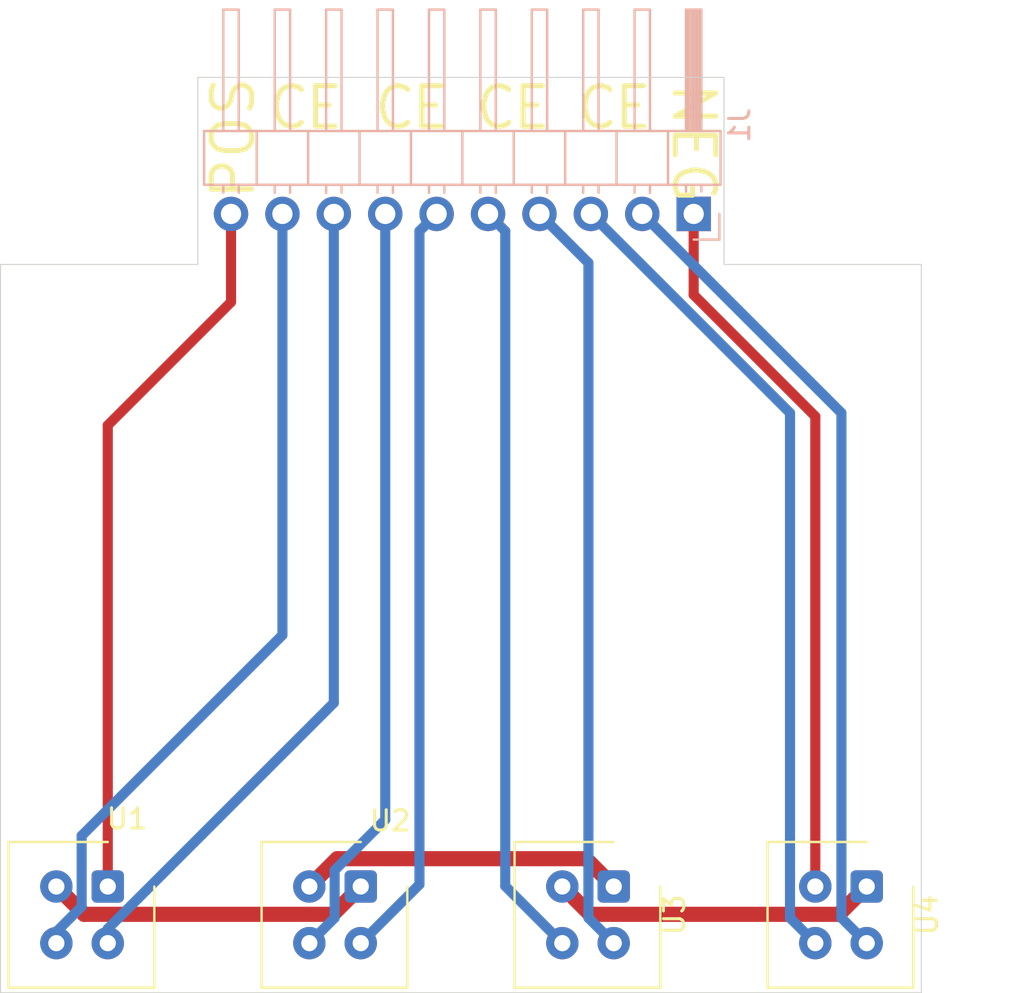
<source format=kicad_pcb>
(kicad_pcb (version 20171130) (host pcbnew "(5.1.7)-1")

  (general
    (thickness 1.6)
    (drawings 23)
    (tracks 42)
    (zones 0)
    (modules 8)
    (nets 14)
  )

  (page A4)
  (layers
    (0 F.Cu signal)
    (31 B.Cu signal)
    (32 B.Adhes user)
    (33 F.Adhes user)
    (34 B.Paste user)
    (35 F.Paste user)
    (36 B.SilkS user)
    (37 F.SilkS user)
    (38 B.Mask user)
    (39 F.Mask user)
    (40 Dwgs.User user)
    (41 Cmts.User user)
    (42 Eco1.User user)
    (43 Eco2.User user)
    (44 Edge.Cuts user)
    (45 Margin user)
    (46 B.CrtYd user)
    (47 F.CrtYd user)
    (48 B.Fab user hide)
    (49 F.Fab user hide)
  )

  (setup
    (last_trace_width 0.5)
    (user_trace_width 0.5)
    (user_trace_width 0.75)
    (user_trace_width 1)
    (trace_clearance 0.2)
    (zone_clearance 0.508)
    (zone_45_only no)
    (trace_min 0.2)
    (via_size 0.8)
    (via_drill 0.4)
    (via_min_size 0.4)
    (via_min_drill 0.3)
    (uvia_size 0.3)
    (uvia_drill 0.1)
    (uvias_allowed no)
    (uvia_min_size 0.2)
    (uvia_min_drill 0.1)
    (edge_width 0.05)
    (segment_width 0.2)
    (pcb_text_width 0.3)
    (pcb_text_size 1.5 1.5)
    (mod_edge_width 0.12)
    (mod_text_size 1 1)
    (mod_text_width 0.15)
    (pad_size 1.524 1.524)
    (pad_drill 0.762)
    (pad_to_mask_clearance 0)
    (aux_axis_origin 0 0)
    (visible_elements 7FFFFFFF)
    (pcbplotparams
      (layerselection 0x010fc_ffffffff)
      (usegerberextensions false)
      (usegerberattributes true)
      (usegerberadvancedattributes true)
      (creategerberjobfile true)
      (excludeedgelayer true)
      (linewidth 0.100000)
      (plotframeref false)
      (viasonmask false)
      (mode 1)
      (useauxorigin false)
      (hpglpennumber 1)
      (hpglpenspeed 20)
      (hpglpendiameter 15.000000)
      (psnegative false)
      (psa4output false)
      (plotreference true)
      (plotvalue true)
      (plotinvisibletext false)
      (padsonsilk false)
      (subtractmaskfromsilk false)
      (outputformat 1)
      (mirror false)
      (drillshape 1)
      (scaleselection 1)
      (outputdirectory ""))
  )

  (net 0 "")
  (net 1 /NEG)
  (net 2 /E1)
  (net 3 /C1)
  (net 4 /POS)
  (net 5 "Net-(U1-Pad2)")
  (net 6 /E2)
  (net 7 /C2)
  (net 8 /E4)
  (net 9 /C4)
  (net 10 /E3)
  (net 11 /C3)
  (net 12 "Net-(U2-Pad2)")
  (net 13 "Net-(U3-Pad2)")

  (net_class Default "This is the default net class."
    (clearance 0.2)
    (trace_width 0.25)
    (via_dia 0.8)
    (via_drill 0.4)
    (uvia_dia 0.3)
    (uvia_drill 0.1)
    (add_net /C1)
    (add_net /C2)
    (add_net /C3)
    (add_net /C4)
    (add_net /E1)
    (add_net /E2)
    (add_net /E3)
    (add_net /E4)
    (add_net /NEG)
    (add_net /POS)
    (add_net "Net-(U1-Pad2)")
    (add_net "Net-(U2-Pad2)")
    (add_net "Net-(U3-Pad2)")
  )

  (module OptoDevice:Vishay_CNY70 (layer F.Cu) (tedit 5B8AF8E9) (tstamp 603B3659)
    (at 192.3 131 270)
    (descr "package for Vishay CNY70 refective photo coupler/interrupter")
    (tags "Vishay CNY70 refective photo coupler")
    (path /603B4EA1)
    (fp_text reference U4 (at 1.4 -3 90) (layer F.SilkS)
      (effects (font (size 1 1) (thickness 0.15)))
    )
    (fp_text value CNY70 (at 1.4 5.8 90) (layer F.Fab)
      (effects (font (size 1 1) (thickness 0.15)))
    )
    (fp_text user %R (at 1.5 1.4 90) (layer F.Fab)
      (effects (font (size 1 1) (thickness 0.15)))
    )
    (fp_line (start 5 4.9) (end 5 -2.3) (layer F.SilkS) (width 0.12))
    (fp_line (start -2.2 4.9) (end 5 4.9) (layer F.SilkS) (width 0.12))
    (fp_line (start -2.2 0) (end -2.2 4.9) (layer F.SilkS) (width 0.12))
    (fp_line (start 5 -2.3) (end 0 -2.3) (layer F.SilkS) (width 0.12))
    (fp_line (start -1.1 3.9) (end 3.9 3.9) (layer F.Fab) (width 0.1))
    (fp_line (start -1.1 -1.2) (end -1.1 3.9) (layer F.Fab) (width 0.1))
    (fp_line (start 3.9 -1.2) (end -1.1 -1.2) (layer F.Fab) (width 0.1))
    (fp_line (start 3.9 3.9) (end 3.9 -1.2) (layer F.Fab) (width 0.1))
    (fp_line (start 1.2 4.5) (end 1.2 4.8) (layer F.Fab) (width 0.1))
    (fp_line (start 1.6 4.5) (end 1.2 4.5) (layer F.Fab) (width 0.1))
    (fp_line (start 1.6 4.8) (end 1.6 4.5) (layer F.Fab) (width 0.1))
    (fp_line (start 1.6 -1.9) (end 1.6 -2.2) (layer F.Fab) (width 0.1))
    (fp_line (start 1.2 -1.9) (end 1.6 -1.9) (layer F.Fab) (width 0.1))
    (fp_line (start 1.2 -2.2) (end 1.2 -1.9) (layer F.Fab) (width 0.1))
    (fp_line (start -2.1 -1.2) (end -1.1 -2.2) (layer F.Fab) (width 0.1))
    (fp_line (start -2.1 4.8) (end -2.1 -1.2) (layer F.Fab) (width 0.1))
    (fp_line (start 4.9 4.8) (end -2.1 4.8) (layer F.Fab) (width 0.1))
    (fp_line (start 4.9 -2.2) (end 4.9 4.8) (layer F.Fab) (width 0.1))
    (fp_line (start -1.1 -2.2) (end 4.9 -2.2) (layer F.Fab) (width 0.1))
    (fp_line (start -2.35 -2.45) (end 5.15 -2.45) (layer F.CrtYd) (width 0.05))
    (fp_line (start -2.35 -2.45) (end -2.35 5.05) (layer F.CrtYd) (width 0.05))
    (fp_line (start 5.15 5.05) (end 5.15 -2.45) (layer F.CrtYd) (width 0.05))
    (fp_line (start 5.15 5.05) (end -2.35 5.05) (layer F.CrtYd) (width 0.05))
    (pad 1 thru_hole roundrect (at 0 0 270) (size 1.6 1.6) (drill 0.8) (layers *.Cu *.Mask) (roundrect_rratio 0.156)
      (net 13 "Net-(U3-Pad2)"))
    (pad 2 thru_hole circle (at 0 2.54 270) (size 1.6 1.6) (drill 0.8) (layers *.Cu *.Mask)
      (net 1 /NEG))
    (pad 3 thru_hole circle (at 2.8 2.54 270) (size 1.6 1.6) (drill 0.8) (layers *.Cu *.Mask)
      (net 9 /C4))
    (pad 4 thru_hole circle (at 2.8 0 270) (size 1.6 1.6) (drill 0.8) (layers *.Cu *.Mask)
      (net 8 /E4))
    (model ${KISYS3DMOD}/OptoDevice.3dshapes/Vishay_CNY70.wrl
      (at (xyz 0 0 0))
      (scale (xyz 1 1 1))
      (rotate (xyz 0 0 0))
    )
  )

  (module OptoDevice:Vishay_CNY70 (layer F.Cu) (tedit 5B8AF8E9) (tstamp 603B3639)
    (at 179.8 131 270)
    (descr "package for Vishay CNY70 refective photo coupler/interrupter")
    (tags "Vishay CNY70 refective photo coupler")
    (path /603B4077)
    (fp_text reference U3 (at 1.4 -3 90) (layer F.SilkS)
      (effects (font (size 1 1) (thickness 0.15)))
    )
    (fp_text value CNY70 (at 1.4 5.8 90) (layer F.Fab)
      (effects (font (size 1 1) (thickness 0.15)))
    )
    (fp_text user %R (at 1.5 1.4 90) (layer F.Fab)
      (effects (font (size 1 1) (thickness 0.15)))
    )
    (fp_line (start 5 4.9) (end 5 -2.3) (layer F.SilkS) (width 0.12))
    (fp_line (start -2.2 4.9) (end 5 4.9) (layer F.SilkS) (width 0.12))
    (fp_line (start -2.2 0) (end -2.2 4.9) (layer F.SilkS) (width 0.12))
    (fp_line (start 5 -2.3) (end 0 -2.3) (layer F.SilkS) (width 0.12))
    (fp_line (start -1.1 3.9) (end 3.9 3.9) (layer F.Fab) (width 0.1))
    (fp_line (start -1.1 -1.2) (end -1.1 3.9) (layer F.Fab) (width 0.1))
    (fp_line (start 3.9 -1.2) (end -1.1 -1.2) (layer F.Fab) (width 0.1))
    (fp_line (start 3.9 3.9) (end 3.9 -1.2) (layer F.Fab) (width 0.1))
    (fp_line (start 1.2 4.5) (end 1.2 4.8) (layer F.Fab) (width 0.1))
    (fp_line (start 1.6 4.5) (end 1.2 4.5) (layer F.Fab) (width 0.1))
    (fp_line (start 1.6 4.8) (end 1.6 4.5) (layer F.Fab) (width 0.1))
    (fp_line (start 1.6 -1.9) (end 1.6 -2.2) (layer F.Fab) (width 0.1))
    (fp_line (start 1.2 -1.9) (end 1.6 -1.9) (layer F.Fab) (width 0.1))
    (fp_line (start 1.2 -2.2) (end 1.2 -1.9) (layer F.Fab) (width 0.1))
    (fp_line (start -2.1 -1.2) (end -1.1 -2.2) (layer F.Fab) (width 0.1))
    (fp_line (start -2.1 4.8) (end -2.1 -1.2) (layer F.Fab) (width 0.1))
    (fp_line (start 4.9 4.8) (end -2.1 4.8) (layer F.Fab) (width 0.1))
    (fp_line (start 4.9 -2.2) (end 4.9 4.8) (layer F.Fab) (width 0.1))
    (fp_line (start -1.1 -2.2) (end 4.9 -2.2) (layer F.Fab) (width 0.1))
    (fp_line (start -2.35 -2.45) (end 5.15 -2.45) (layer F.CrtYd) (width 0.05))
    (fp_line (start -2.35 -2.45) (end -2.35 5.05) (layer F.CrtYd) (width 0.05))
    (fp_line (start 5.15 5.05) (end 5.15 -2.45) (layer F.CrtYd) (width 0.05))
    (fp_line (start 5.15 5.05) (end -2.35 5.05) (layer F.CrtYd) (width 0.05))
    (pad 1 thru_hole roundrect (at 0 0 270) (size 1.6 1.6) (drill 0.8) (layers *.Cu *.Mask) (roundrect_rratio 0.156)
      (net 12 "Net-(U2-Pad2)"))
    (pad 2 thru_hole circle (at 0 2.54 270) (size 1.6 1.6) (drill 0.8) (layers *.Cu *.Mask)
      (net 13 "Net-(U3-Pad2)"))
    (pad 3 thru_hole circle (at 2.8 2.54 270) (size 1.6 1.6) (drill 0.8) (layers *.Cu *.Mask)
      (net 11 /C3))
    (pad 4 thru_hole circle (at 2.8 0 270) (size 1.6 1.6) (drill 0.8) (layers *.Cu *.Mask)
      (net 10 /E3))
    (model ${KISYS3DMOD}/OptoDevice.3dshapes/Vishay_CNY70.wrl
      (at (xyz 0 0 0))
      (scale (xyz 1 1 1))
      (rotate (xyz 0 0 0))
    )
  )

  (module Pin_Headers:Pin_Header_Angled_1x10_Pitch2.54mm (layer B.Cu) (tedit 59650532) (tstamp 603B359D)
    (at 183.75 97.75 90)
    (descr "Through hole angled pin header, 1x10, 2.54mm pitch, 6mm pin length, single row")
    (tags "Through hole angled pin header THT 1x10 2.54mm single row")
    (path /603B6392)
    (fp_text reference J1 (at 4.385 2.27 270) (layer B.SilkS)
      (effects (font (size 1 1) (thickness 0.15)) (justify mirror))
    )
    (fp_text value Conn_01x10_Male (at 4.385 -25.13 270) (layer B.Fab)
      (effects (font (size 1 1) (thickness 0.15)) (justify mirror))
    )
    (fp_line (start 10.55 1.8) (end -1.8 1.8) (layer B.CrtYd) (width 0.05))
    (fp_line (start 10.55 -24.65) (end 10.55 1.8) (layer B.CrtYd) (width 0.05))
    (fp_line (start -1.8 -24.65) (end 10.55 -24.65) (layer B.CrtYd) (width 0.05))
    (fp_line (start -1.8 1.8) (end -1.8 -24.65) (layer B.CrtYd) (width 0.05))
    (fp_line (start -1.27 1.27) (end 0 1.27) (layer B.SilkS) (width 0.12))
    (fp_line (start -1.27 0) (end -1.27 1.27) (layer B.SilkS) (width 0.12))
    (fp_line (start 1.042929 -23.24) (end 1.44 -23.24) (layer B.SilkS) (width 0.12))
    (fp_line (start 1.042929 -22.48) (end 1.44 -22.48) (layer B.SilkS) (width 0.12))
    (fp_line (start 10.1 -23.24) (end 4.1 -23.24) (layer B.SilkS) (width 0.12))
    (fp_line (start 10.1 -22.48) (end 10.1 -23.24) (layer B.SilkS) (width 0.12))
    (fp_line (start 4.1 -22.48) (end 10.1 -22.48) (layer B.SilkS) (width 0.12))
    (fp_line (start 1.44 -21.59) (end 4.1 -21.59) (layer B.SilkS) (width 0.12))
    (fp_line (start 1.042929 -20.7) (end 1.44 -20.7) (layer B.SilkS) (width 0.12))
    (fp_line (start 1.042929 -19.94) (end 1.44 -19.94) (layer B.SilkS) (width 0.12))
    (fp_line (start 10.1 -20.7) (end 4.1 -20.7) (layer B.SilkS) (width 0.12))
    (fp_line (start 10.1 -19.94) (end 10.1 -20.7) (layer B.SilkS) (width 0.12))
    (fp_line (start 4.1 -19.94) (end 10.1 -19.94) (layer B.SilkS) (width 0.12))
    (fp_line (start 1.44 -19.05) (end 4.1 -19.05) (layer B.SilkS) (width 0.12))
    (fp_line (start 1.042929 -18.16) (end 1.44 -18.16) (layer B.SilkS) (width 0.12))
    (fp_line (start 1.042929 -17.4) (end 1.44 -17.4) (layer B.SilkS) (width 0.12))
    (fp_line (start 10.1 -18.16) (end 4.1 -18.16) (layer B.SilkS) (width 0.12))
    (fp_line (start 10.1 -17.4) (end 10.1 -18.16) (layer B.SilkS) (width 0.12))
    (fp_line (start 4.1 -17.4) (end 10.1 -17.4) (layer B.SilkS) (width 0.12))
    (fp_line (start 1.44 -16.51) (end 4.1 -16.51) (layer B.SilkS) (width 0.12))
    (fp_line (start 1.042929 -15.62) (end 1.44 -15.62) (layer B.SilkS) (width 0.12))
    (fp_line (start 1.042929 -14.86) (end 1.44 -14.86) (layer B.SilkS) (width 0.12))
    (fp_line (start 10.1 -15.62) (end 4.1 -15.62) (layer B.SilkS) (width 0.12))
    (fp_line (start 10.1 -14.86) (end 10.1 -15.62) (layer B.SilkS) (width 0.12))
    (fp_line (start 4.1 -14.86) (end 10.1 -14.86) (layer B.SilkS) (width 0.12))
    (fp_line (start 1.44 -13.97) (end 4.1 -13.97) (layer B.SilkS) (width 0.12))
    (fp_line (start 1.042929 -13.08) (end 1.44 -13.08) (layer B.SilkS) (width 0.12))
    (fp_line (start 1.042929 -12.32) (end 1.44 -12.32) (layer B.SilkS) (width 0.12))
    (fp_line (start 10.1 -13.08) (end 4.1 -13.08) (layer B.SilkS) (width 0.12))
    (fp_line (start 10.1 -12.32) (end 10.1 -13.08) (layer B.SilkS) (width 0.12))
    (fp_line (start 4.1 -12.32) (end 10.1 -12.32) (layer B.SilkS) (width 0.12))
    (fp_line (start 1.44 -11.43) (end 4.1 -11.43) (layer B.SilkS) (width 0.12))
    (fp_line (start 1.042929 -10.54) (end 1.44 -10.54) (layer B.SilkS) (width 0.12))
    (fp_line (start 1.042929 -9.78) (end 1.44 -9.78) (layer B.SilkS) (width 0.12))
    (fp_line (start 10.1 -10.54) (end 4.1 -10.54) (layer B.SilkS) (width 0.12))
    (fp_line (start 10.1 -9.78) (end 10.1 -10.54) (layer B.SilkS) (width 0.12))
    (fp_line (start 4.1 -9.78) (end 10.1 -9.78) (layer B.SilkS) (width 0.12))
    (fp_line (start 1.44 -8.89) (end 4.1 -8.89) (layer B.SilkS) (width 0.12))
    (fp_line (start 1.042929 -8) (end 1.44 -8) (layer B.SilkS) (width 0.12))
    (fp_line (start 1.042929 -7.24) (end 1.44 -7.24) (layer B.SilkS) (width 0.12))
    (fp_line (start 10.1 -8) (end 4.1 -8) (layer B.SilkS) (width 0.12))
    (fp_line (start 10.1 -7.24) (end 10.1 -8) (layer B.SilkS) (width 0.12))
    (fp_line (start 4.1 -7.24) (end 10.1 -7.24) (layer B.SilkS) (width 0.12))
    (fp_line (start 1.44 -6.35) (end 4.1 -6.35) (layer B.SilkS) (width 0.12))
    (fp_line (start 1.042929 -5.46) (end 1.44 -5.46) (layer B.SilkS) (width 0.12))
    (fp_line (start 1.042929 -4.7) (end 1.44 -4.7) (layer B.SilkS) (width 0.12))
    (fp_line (start 10.1 -5.46) (end 4.1 -5.46) (layer B.SilkS) (width 0.12))
    (fp_line (start 10.1 -4.7) (end 10.1 -5.46) (layer B.SilkS) (width 0.12))
    (fp_line (start 4.1 -4.7) (end 10.1 -4.7) (layer B.SilkS) (width 0.12))
    (fp_line (start 1.44 -3.81) (end 4.1 -3.81) (layer B.SilkS) (width 0.12))
    (fp_line (start 1.042929 -2.92) (end 1.44 -2.92) (layer B.SilkS) (width 0.12))
    (fp_line (start 1.042929 -2.16) (end 1.44 -2.16) (layer B.SilkS) (width 0.12))
    (fp_line (start 10.1 -2.92) (end 4.1 -2.92) (layer B.SilkS) (width 0.12))
    (fp_line (start 10.1 -2.16) (end 10.1 -2.92) (layer B.SilkS) (width 0.12))
    (fp_line (start 4.1 -2.16) (end 10.1 -2.16) (layer B.SilkS) (width 0.12))
    (fp_line (start 1.44 -1.27) (end 4.1 -1.27) (layer B.SilkS) (width 0.12))
    (fp_line (start 1.11 -0.38) (end 1.44 -0.38) (layer B.SilkS) (width 0.12))
    (fp_line (start 1.11 0.38) (end 1.44 0.38) (layer B.SilkS) (width 0.12))
    (fp_line (start 4.1 -0.28) (end 10.1 -0.28) (layer B.SilkS) (width 0.12))
    (fp_line (start 4.1 -0.16) (end 10.1 -0.16) (layer B.SilkS) (width 0.12))
    (fp_line (start 4.1 -0.04) (end 10.1 -0.04) (layer B.SilkS) (width 0.12))
    (fp_line (start 4.1 0.08) (end 10.1 0.08) (layer B.SilkS) (width 0.12))
    (fp_line (start 4.1 0.2) (end 10.1 0.2) (layer B.SilkS) (width 0.12))
    (fp_line (start 4.1 0.32) (end 10.1 0.32) (layer B.SilkS) (width 0.12))
    (fp_line (start 10.1 -0.38) (end 4.1 -0.38) (layer B.SilkS) (width 0.12))
    (fp_line (start 10.1 0.38) (end 10.1 -0.38) (layer B.SilkS) (width 0.12))
    (fp_line (start 4.1 0.38) (end 10.1 0.38) (layer B.SilkS) (width 0.12))
    (fp_line (start 4.1 1.33) (end 1.44 1.33) (layer B.SilkS) (width 0.12))
    (fp_line (start 4.1 -24.19) (end 4.1 1.33) (layer B.SilkS) (width 0.12))
    (fp_line (start 1.44 -24.19) (end 4.1 -24.19) (layer B.SilkS) (width 0.12))
    (fp_line (start 1.44 1.33) (end 1.44 -24.19) (layer B.SilkS) (width 0.12))
    (fp_line (start 4.04 -23.18) (end 10.04 -23.18) (layer B.Fab) (width 0.1))
    (fp_line (start 10.04 -22.54) (end 10.04 -23.18) (layer B.Fab) (width 0.1))
    (fp_line (start 4.04 -22.54) (end 10.04 -22.54) (layer B.Fab) (width 0.1))
    (fp_line (start -0.32 -23.18) (end 1.5 -23.18) (layer B.Fab) (width 0.1))
    (fp_line (start -0.32 -22.54) (end -0.32 -23.18) (layer B.Fab) (width 0.1))
    (fp_line (start -0.32 -22.54) (end 1.5 -22.54) (layer B.Fab) (width 0.1))
    (fp_line (start 4.04 -20.64) (end 10.04 -20.64) (layer B.Fab) (width 0.1))
    (fp_line (start 10.04 -20) (end 10.04 -20.64) (layer B.Fab) (width 0.1))
    (fp_line (start 4.04 -20) (end 10.04 -20) (layer B.Fab) (width 0.1))
    (fp_line (start -0.32 -20.64) (end 1.5 -20.64) (layer B.Fab) (width 0.1))
    (fp_line (start -0.32 -20) (end -0.32 -20.64) (layer B.Fab) (width 0.1))
    (fp_line (start -0.32 -20) (end 1.5 -20) (layer B.Fab) (width 0.1))
    (fp_line (start 4.04 -18.1) (end 10.04 -18.1) (layer B.Fab) (width 0.1))
    (fp_line (start 10.04 -17.46) (end 10.04 -18.1) (layer B.Fab) (width 0.1))
    (fp_line (start 4.04 -17.46) (end 10.04 -17.46) (layer B.Fab) (width 0.1))
    (fp_line (start -0.32 -18.1) (end 1.5 -18.1) (layer B.Fab) (width 0.1))
    (fp_line (start -0.32 -17.46) (end -0.32 -18.1) (layer B.Fab) (width 0.1))
    (fp_line (start -0.32 -17.46) (end 1.5 -17.46) (layer B.Fab) (width 0.1))
    (fp_line (start 4.04 -15.56) (end 10.04 -15.56) (layer B.Fab) (width 0.1))
    (fp_line (start 10.04 -14.92) (end 10.04 -15.56) (layer B.Fab) (width 0.1))
    (fp_line (start 4.04 -14.92) (end 10.04 -14.92) (layer B.Fab) (width 0.1))
    (fp_line (start -0.32 -15.56) (end 1.5 -15.56) (layer B.Fab) (width 0.1))
    (fp_line (start -0.32 -14.92) (end -0.32 -15.56) (layer B.Fab) (width 0.1))
    (fp_line (start -0.32 -14.92) (end 1.5 -14.92) (layer B.Fab) (width 0.1))
    (fp_line (start 4.04 -13.02) (end 10.04 -13.02) (layer B.Fab) (width 0.1))
    (fp_line (start 10.04 -12.38) (end 10.04 -13.02) (layer B.Fab) (width 0.1))
    (fp_line (start 4.04 -12.38) (end 10.04 -12.38) (layer B.Fab) (width 0.1))
    (fp_line (start -0.32 -13.02) (end 1.5 -13.02) (layer B.Fab) (width 0.1))
    (fp_line (start -0.32 -12.38) (end -0.32 -13.02) (layer B.Fab) (width 0.1))
    (fp_line (start -0.32 -12.38) (end 1.5 -12.38) (layer B.Fab) (width 0.1))
    (fp_line (start 4.04 -10.48) (end 10.04 -10.48) (layer B.Fab) (width 0.1))
    (fp_line (start 10.04 -9.84) (end 10.04 -10.48) (layer B.Fab) (width 0.1))
    (fp_line (start 4.04 -9.84) (end 10.04 -9.84) (layer B.Fab) (width 0.1))
    (fp_line (start -0.32 -10.48) (end 1.5 -10.48) (layer B.Fab) (width 0.1))
    (fp_line (start -0.32 -9.84) (end -0.32 -10.48) (layer B.Fab) (width 0.1))
    (fp_line (start -0.32 -9.84) (end 1.5 -9.84) (layer B.Fab) (width 0.1))
    (fp_line (start 4.04 -7.94) (end 10.04 -7.94) (layer B.Fab) (width 0.1))
    (fp_line (start 10.04 -7.3) (end 10.04 -7.94) (layer B.Fab) (width 0.1))
    (fp_line (start 4.04 -7.3) (end 10.04 -7.3) (layer B.Fab) (width 0.1))
    (fp_line (start -0.32 -7.94) (end 1.5 -7.94) (layer B.Fab) (width 0.1))
    (fp_line (start -0.32 -7.3) (end -0.32 -7.94) (layer B.Fab) (width 0.1))
    (fp_line (start -0.32 -7.3) (end 1.5 -7.3) (layer B.Fab) (width 0.1))
    (fp_line (start 4.04 -5.4) (end 10.04 -5.4) (layer B.Fab) (width 0.1))
    (fp_line (start 10.04 -4.76) (end 10.04 -5.4) (layer B.Fab) (width 0.1))
    (fp_line (start 4.04 -4.76) (end 10.04 -4.76) (layer B.Fab) (width 0.1))
    (fp_line (start -0.32 -5.4) (end 1.5 -5.4) (layer B.Fab) (width 0.1))
    (fp_line (start -0.32 -4.76) (end -0.32 -5.4) (layer B.Fab) (width 0.1))
    (fp_line (start -0.32 -4.76) (end 1.5 -4.76) (layer B.Fab) (width 0.1))
    (fp_line (start 4.04 -2.86) (end 10.04 -2.86) (layer B.Fab) (width 0.1))
    (fp_line (start 10.04 -2.22) (end 10.04 -2.86) (layer B.Fab) (width 0.1))
    (fp_line (start 4.04 -2.22) (end 10.04 -2.22) (layer B.Fab) (width 0.1))
    (fp_line (start -0.32 -2.86) (end 1.5 -2.86) (layer B.Fab) (width 0.1))
    (fp_line (start -0.32 -2.22) (end -0.32 -2.86) (layer B.Fab) (width 0.1))
    (fp_line (start -0.32 -2.22) (end 1.5 -2.22) (layer B.Fab) (width 0.1))
    (fp_line (start 4.04 -0.32) (end 10.04 -0.32) (layer B.Fab) (width 0.1))
    (fp_line (start 10.04 0.32) (end 10.04 -0.32) (layer B.Fab) (width 0.1))
    (fp_line (start 4.04 0.32) (end 10.04 0.32) (layer B.Fab) (width 0.1))
    (fp_line (start -0.32 -0.32) (end 1.5 -0.32) (layer B.Fab) (width 0.1))
    (fp_line (start -0.32 0.32) (end -0.32 -0.32) (layer B.Fab) (width 0.1))
    (fp_line (start -0.32 0.32) (end 1.5 0.32) (layer B.Fab) (width 0.1))
    (fp_line (start 1.5 0.635) (end 2.135 1.27) (layer B.Fab) (width 0.1))
    (fp_line (start 1.5 -24.13) (end 1.5 0.635) (layer B.Fab) (width 0.1))
    (fp_line (start 4.04 -24.13) (end 1.5 -24.13) (layer B.Fab) (width 0.1))
    (fp_line (start 4.04 1.27) (end 4.04 -24.13) (layer B.Fab) (width 0.1))
    (fp_line (start 2.135 1.27) (end 4.04 1.27) (layer B.Fab) (width 0.1))
    (fp_text user %R (at 2.77 -11.43) (layer B.Fab)
      (effects (font (size 1 1) (thickness 0.15)) (justify mirror))
    )
    (pad 1 thru_hole rect (at 0 0 90) (size 1.7 1.7) (drill 1) (layers *.Cu *.Mask)
      (net 1 /NEG))
    (pad 2 thru_hole oval (at 0 -2.54 90) (size 1.7 1.7) (drill 1) (layers *.Cu *.Mask)
      (net 8 /E4))
    (pad 3 thru_hole oval (at 0 -5.08 90) (size 1.7 1.7) (drill 1) (layers *.Cu *.Mask)
      (net 9 /C4))
    (pad 4 thru_hole oval (at 0 -7.62 90) (size 1.7 1.7) (drill 1) (layers *.Cu *.Mask)
      (net 10 /E3))
    (pad 5 thru_hole oval (at 0 -10.16 90) (size 1.7 1.7) (drill 1) (layers *.Cu *.Mask)
      (net 11 /C3))
    (pad 6 thru_hole oval (at 0 -12.7 90) (size 1.7 1.7) (drill 1) (layers *.Cu *.Mask)
      (net 6 /E2))
    (pad 7 thru_hole oval (at 0 -15.24 90) (size 1.7 1.7) (drill 1) (layers *.Cu *.Mask)
      (net 7 /C2))
    (pad 8 thru_hole oval (at 0 -17.78 90) (size 1.7 1.7) (drill 1) (layers *.Cu *.Mask)
      (net 2 /E1))
    (pad 9 thru_hole oval (at 0 -20.32 90) (size 1.7 1.7) (drill 1) (layers *.Cu *.Mask)
      (net 3 /C1))
    (pad 10 thru_hole oval (at 0 -22.86 90) (size 1.7 1.7) (drill 1) (layers *.Cu *.Mask)
      (net 4 /POS))
    (model ${KISYS3DMOD}/Pin_Headers.3dshapes/Pin_Header_Angled_1x10_Pitch2.54mm.wrl
      (at (xyz 0 0 0))
      (scale (xyz 1 1 1))
      (rotate (xyz 0 0 0))
    )
  )

  (module Mounting_Holes:MountingHole_3.2mm_M3 (layer F.Cu) (tedit 56D1B4CB) (tstamp 603B359A)
    (at 184.75 110)
    (descr "Mounting Hole 3.2mm, no annular, M3")
    (tags "mounting hole 3.2mm no annular m3")
    (path /603B3BE4)
    (attr virtual)
    (fp_text reference H3 (at 0 -4.2) (layer F.SilkS) hide
      (effects (font (size 1 1) (thickness 0.15)))
    )
    (fp_text value MountingHole (at 0 4.2) (layer F.Fab)
      (effects (font (size 1 1) (thickness 0.15)))
    )
    (fp_circle (center 0 0) (end 3.45 0) (layer F.CrtYd) (width 0.05))
    (fp_circle (center 0 0) (end 3.2 0) (layer Cmts.User) (width 0.15))
    (fp_text user %R (at 0.3 0) (layer F.Fab)
      (effects (font (size 1 1) (thickness 0.15)))
    )
    (pad 1 np_thru_hole circle (at 0 0) (size 3.2 3.2) (drill 3.2) (layers *.Cu *.Mask))
  )

  (module Mounting_Holes:MountingHole_3.2mm_M3 (layer F.Cu) (tedit 56D1B4CB) (tstamp 603B3597)
    (at 172.25 110)
    (descr "Mounting Hole 3.2mm, no annular, M3")
    (tags "mounting hole 3.2mm no annular m3")
    (path /603B371C)
    (attr virtual)
    (fp_text reference H2 (at 0 -4.2) (layer F.SilkS) hide
      (effects (font (size 1 1) (thickness 0.15)))
    )
    (fp_text value MountingHole (at 0 4.2) (layer F.Fab)
      (effects (font (size 1 1) (thickness 0.15)))
    )
    (fp_circle (center 0 0) (end 3.45 0) (layer F.CrtYd) (width 0.05))
    (fp_circle (center 0 0) (end 3.2 0) (layer Cmts.User) (width 0.15))
    (fp_text user %R (at 0.3 0) (layer F.Fab)
      (effects (font (size 1 1) (thickness 0.15)))
    )
    (pad 1 np_thru_hole circle (at 0 0) (size 3.2 3.2) (drill 3.2) (layers *.Cu *.Mask))
  )

  (module OptoDevice:Vishay_CNY70 (layer F.Cu) (tedit 5B8AF8E9) (tstamp 603B3358)
    (at 167.3 131 270)
    (descr "package for Vishay CNY70 refective photo coupler/interrupter")
    (tags "Vishay CNY70 refective photo coupler")
    (path /603B3CB5)
    (fp_text reference U2 (at -3.25 -1.45 180) (layer F.SilkS)
      (effects (font (size 1 1) (thickness 0.15)))
    )
    (fp_text value CNY70 (at 1.4 5.8 90) (layer F.Fab)
      (effects (font (size 1 1) (thickness 0.15)))
    )
    (fp_line (start 5.15 5.05) (end -2.35 5.05) (layer F.CrtYd) (width 0.05))
    (fp_line (start 5.15 5.05) (end 5.15 -2.45) (layer F.CrtYd) (width 0.05))
    (fp_line (start -2.35 -2.45) (end -2.35 5.05) (layer F.CrtYd) (width 0.05))
    (fp_line (start -2.35 -2.45) (end 5.15 -2.45) (layer F.CrtYd) (width 0.05))
    (fp_line (start -1.1 -2.2) (end 4.9 -2.2) (layer F.Fab) (width 0.1))
    (fp_line (start 4.9 -2.2) (end 4.9 4.8) (layer F.Fab) (width 0.1))
    (fp_line (start 4.9 4.8) (end -2.1 4.8) (layer F.Fab) (width 0.1))
    (fp_line (start -2.1 4.8) (end -2.1 -1.2) (layer F.Fab) (width 0.1))
    (fp_line (start -2.1 -1.2) (end -1.1 -2.2) (layer F.Fab) (width 0.1))
    (fp_line (start 1.2 -2.2) (end 1.2 -1.9) (layer F.Fab) (width 0.1))
    (fp_line (start 1.2 -1.9) (end 1.6 -1.9) (layer F.Fab) (width 0.1))
    (fp_line (start 1.6 -1.9) (end 1.6 -2.2) (layer F.Fab) (width 0.1))
    (fp_line (start 1.6 4.8) (end 1.6 4.5) (layer F.Fab) (width 0.1))
    (fp_line (start 1.6 4.5) (end 1.2 4.5) (layer F.Fab) (width 0.1))
    (fp_line (start 1.2 4.5) (end 1.2 4.8) (layer F.Fab) (width 0.1))
    (fp_line (start 3.9 3.9) (end 3.9 -1.2) (layer F.Fab) (width 0.1))
    (fp_line (start 3.9 -1.2) (end -1.1 -1.2) (layer F.Fab) (width 0.1))
    (fp_line (start -1.1 -1.2) (end -1.1 3.9) (layer F.Fab) (width 0.1))
    (fp_line (start -1.1 3.9) (end 3.9 3.9) (layer F.Fab) (width 0.1))
    (fp_line (start 5 -2.3) (end 0 -2.3) (layer F.SilkS) (width 0.12))
    (fp_line (start -2.2 0) (end -2.2 4.9) (layer F.SilkS) (width 0.12))
    (fp_line (start -2.2 4.9) (end 5 4.9) (layer F.SilkS) (width 0.12))
    (fp_line (start 5 4.9) (end 5 -2.3) (layer F.SilkS) (width 0.12))
    (fp_text user %R (at 1.5 1.4 90) (layer F.Fab)
      (effects (font (size 1 1) (thickness 0.15)))
    )
    (pad 1 thru_hole roundrect (at 0 0 270) (size 1.6 1.6) (drill 0.8) (layers *.Cu *.Mask) (roundrect_rratio 0.156)
      (net 5 "Net-(U1-Pad2)"))
    (pad 2 thru_hole circle (at 0 2.54 270) (size 1.6 1.6) (drill 0.8) (layers *.Cu *.Mask)
      (net 12 "Net-(U2-Pad2)"))
    (pad 3 thru_hole circle (at 2.8 2.54 270) (size 1.6 1.6) (drill 0.8) (layers *.Cu *.Mask)
      (net 7 /C2))
    (pad 4 thru_hole circle (at 2.8 0 270) (size 1.6 1.6) (drill 0.8) (layers *.Cu *.Mask)
      (net 6 /E2))
    (model ${KISYS3DMOD}/OptoDevice.3dshapes/Vishay_CNY70.wrl
      (at (xyz 0 0 0))
      (scale (xyz 1 1 1))
      (rotate (xyz 0 0 0))
    )
  )

  (module OptoDevice:Vishay_CNY70 (layer F.Cu) (tedit 5B8AF8E9) (tstamp 603B0AEE)
    (at 154.8 131 270)
    (descr "package for Vishay CNY70 refective photo coupler/interrupter")
    (tags "Vishay CNY70 refective photo coupler")
    (path /603B0913)
    (fp_text reference U1 (at -3.35 -0.95 180) (layer F.SilkS)
      (effects (font (size 1 1) (thickness 0.15)))
    )
    (fp_text value CNY70 (at 1.4 5.8 90) (layer F.Fab)
      (effects (font (size 1 1) (thickness 0.15)))
    )
    (fp_line (start 5.15 5.05) (end -2.35 5.05) (layer F.CrtYd) (width 0.05))
    (fp_line (start 5.15 5.05) (end 5.15 -2.45) (layer F.CrtYd) (width 0.05))
    (fp_line (start -2.35 -2.45) (end -2.35 5.05) (layer F.CrtYd) (width 0.05))
    (fp_line (start -2.35 -2.45) (end 5.15 -2.45) (layer F.CrtYd) (width 0.05))
    (fp_line (start -1.1 -2.2) (end 4.9 -2.2) (layer F.Fab) (width 0.1))
    (fp_line (start 4.9 -2.2) (end 4.9 4.8) (layer F.Fab) (width 0.1))
    (fp_line (start 4.9 4.8) (end -2.1 4.8) (layer F.Fab) (width 0.1))
    (fp_line (start -2.1 4.8) (end -2.1 -1.2) (layer F.Fab) (width 0.1))
    (fp_line (start -2.1 -1.2) (end -1.1 -2.2) (layer F.Fab) (width 0.1))
    (fp_line (start 1.2 -2.2) (end 1.2 -1.9) (layer F.Fab) (width 0.1))
    (fp_line (start 1.2 -1.9) (end 1.6 -1.9) (layer F.Fab) (width 0.1))
    (fp_line (start 1.6 -1.9) (end 1.6 -2.2) (layer F.Fab) (width 0.1))
    (fp_line (start 1.6 4.8) (end 1.6 4.5) (layer F.Fab) (width 0.1))
    (fp_line (start 1.6 4.5) (end 1.2 4.5) (layer F.Fab) (width 0.1))
    (fp_line (start 1.2 4.5) (end 1.2 4.8) (layer F.Fab) (width 0.1))
    (fp_line (start 3.9 3.9) (end 3.9 -1.2) (layer F.Fab) (width 0.1))
    (fp_line (start 3.9 -1.2) (end -1.1 -1.2) (layer F.Fab) (width 0.1))
    (fp_line (start -1.1 -1.2) (end -1.1 3.9) (layer F.Fab) (width 0.1))
    (fp_line (start -1.1 3.9) (end 3.9 3.9) (layer F.Fab) (width 0.1))
    (fp_line (start 5 -2.3) (end 0 -2.3) (layer F.SilkS) (width 0.12))
    (fp_line (start -2.2 0) (end -2.2 4.9) (layer F.SilkS) (width 0.12))
    (fp_line (start -2.2 4.9) (end 5 4.9) (layer F.SilkS) (width 0.12))
    (fp_line (start 5 4.9) (end 5 -2.3) (layer F.SilkS) (width 0.12))
    (fp_text user %R (at 1.5 1.4 90) (layer F.Fab)
      (effects (font (size 1 1) (thickness 0.15)))
    )
    (pad 1 thru_hole roundrect (at 0 0 270) (size 1.6 1.6) (drill 0.8) (layers *.Cu *.Mask) (roundrect_rratio 0.156)
      (net 4 /POS))
    (pad 2 thru_hole circle (at 0 2.54 270) (size 1.6 1.6) (drill 0.8) (layers *.Cu *.Mask)
      (net 5 "Net-(U1-Pad2)"))
    (pad 3 thru_hole circle (at 2.8 2.54 270) (size 1.6 1.6) (drill 0.8) (layers *.Cu *.Mask)
      (net 3 /C1))
    (pad 4 thru_hole circle (at 2.8 0 270) (size 1.6 1.6) (drill 0.8) (layers *.Cu *.Mask)
      (net 2 /E1))
    (model ${KISYS3DMOD}/OptoDevice.3dshapes/Vishay_CNY70.wrl
      (at (xyz 0 0 0))
      (scale (xyz 1 1 1))
      (rotate (xyz 0 0 0))
    )
  )

  (module Mounting_Holes:MountingHole_3.2mm_M3 (layer F.Cu) (tedit 56D1B4CB) (tstamp 603B06CE)
    (at 159.75 110)
    (descr "Mounting Hole 3.2mm, no annular, M3")
    (tags "mounting hole 3.2mm no annular m3")
    (path /603B60F7)
    (attr virtual)
    (fp_text reference H1 (at 0 -4.2) (layer F.SilkS) hide
      (effects (font (size 1 1) (thickness 0.15)))
    )
    (fp_text value MountingHole (at 0 4.2) (layer F.Fab)
      (effects (font (size 1 1) (thickness 0.15)))
    )
    (fp_circle (center 0 0) (end 3.2 0) (layer Cmts.User) (width 0.15))
    (fp_circle (center 0 0) (end 3.45 0) (layer F.CrtYd) (width 0.05))
    (fp_text user %R (at 0.3 0) (layer F.Fab)
      (effects (font (size 1 1) (thickness 0.15)))
    )
    (pad 1 np_thru_hole circle (at 0 0) (size 3.2 3.2) (drill 3.2) (layers *.Cu *.Mask))
  )

  (gr_text E (at 180.75 92.5) (layer F.SilkS) (tstamp 603B3B8D)
    (effects (font (size 2 2) (thickness 0.25)))
  )
  (gr_text C (at 179 92.5) (layer F.SilkS) (tstamp 603B3B8C)
    (effects (font (size 2 2) (thickness 0.25)))
  )
  (gr_text E (at 175.75 92.5) (layer F.SilkS) (tstamp 603B3B89)
    (effects (font (size 2 2) (thickness 0.25)))
  )
  (gr_text C (at 174 92.5) (layer F.SilkS) (tstamp 603B3B88)
    (effects (font (size 2 2) (thickness 0.25)))
  )
  (gr_text E (at 170.75 92.5) (layer F.SilkS) (tstamp 603B3D1A)
    (effects (font (size 2 2) (thickness 0.25)))
  )
  (gr_text E (at 165.5 92.5) (layer F.SilkS) (tstamp 603B3D18)
    (effects (font (size 2 2) (thickness 0.25)))
  )
  (gr_text C (at 169 92.5) (layer F.SilkS) (tstamp 603B3CAC)
    (effects (font (size 2 2) (thickness 0.25)))
  )
  (gr_text C (at 163.75 92.5) (layer F.SilkS) (tstamp 603B3CA9)
    (effects (font (size 2 2) (thickness 0.25)))
  )
  (gr_text NEG (at 183.75 94.25 270) (layer F.SilkS) (tstamp 603B3CA1)
    (effects (font (size 2 2) (thickness 0.25)))
  )
  (gr_text POS (at 161 94 90) (layer F.SilkS)
    (effects (font (size 2 2) (thickness 0.25)))
  )
  (gr_line (start 185.25 100.25) (end 185.25 91) (layer Edge.Cuts) (width 0.05))
  (gr_line (start 195 100.25) (end 185.25 100.25) (layer Edge.Cuts) (width 0.05))
  (gr_line (start 159.25 100.25) (end 159.25 91) (layer Edge.Cuts) (width 0.05))
  (gr_line (start 149.5 100.25) (end 159.25 100.25) (layer Edge.Cuts) (width 0.05))
  (gr_line (start 158.25 128.5) (end 162 128.5) (layer Cmts.User) (width 0.15))
  (gr_line (start 149.5 100.25) (end 149.5 136.25) (layer Edge.Cuts) (width 0.05) (tstamp 603B07E2))
  (gr_line (start 185.25 91) (end 159.25 91) (layer Edge.Cuts) (width 0.05))
  (gr_line (start 195 136.25) (end 195 100.25) (layer Edge.Cuts) (width 0.05))
  (gr_line (start 149.5 136.25) (end 195 136.25) (layer Edge.Cuts) (width 0.05))
  (gr_line (start 150 113.25) (end 200 113.25) (layer Cmts.User) (width 0.15) (tstamp 603B07DB))
  (gr_line (start 150 106.75) (end 200 106.75) (layer Cmts.User) (width 0.15))
  (gr_line (start 150 120) (end 200 120) (layer Cmts.User) (width 0.15))
  (gr_line (start 150 100) (end 200 100) (layer Cmts.User) (width 0.15))

  (segment (start 183.75 97.75) (end 183.75 101.75) (width 0.5) (layer F.Cu) (net 1))
  (segment (start 189.76 107.76) (end 189.76 131) (width 0.5) (layer F.Cu) (net 1))
  (segment (start 183.75 101.75) (end 189.76 107.76) (width 0.5) (layer F.Cu) (net 1))
  (segment (start 154.8 133.0902) (end 154.8 133.8) (width 0.5) (layer B.Cu) (net 2))
  (segment (start 165.97 121.9202) (end 154.8 133.0902) (width 0.5) (layer B.Cu) (net 2))
  (segment (start 165.97 97.75) (end 165.97 121.9202) (width 0.5) (layer B.Cu) (net 2))
  (segment (start 163.43 97.75) (end 163.43 118.57) (width 0.5) (layer B.Cu) (net 3))
  (segment (start 152.26 133.24) (end 152.26 133.8) (width 0.5) (layer B.Cu) (net 3))
  (segment (start 153.510001 131.989999) (end 152.26 133.24) (width 0.5) (layer B.Cu) (net 3))
  (segment (start 153.510001 128.489999) (end 153.510001 131.989999) (width 0.5) (layer B.Cu) (net 3))
  (segment (start 163.43 118.57) (end 153.510001 128.489999) (width 0.5) (layer B.Cu) (net 3))
  (segment (start 160.89 97.75) (end 160.89 102.11) (width 0.5) (layer F.Cu) (net 4))
  (segment (start 154.8 108.2) (end 154.8 131) (width 0.5) (layer F.Cu) (net 4))
  (segment (start 160.89 102.11) (end 154.8 108.2) (width 0.5) (layer F.Cu) (net 4))
  (segment (start 153.63501 132.37501) (end 152.26 131) (width 0.75) (layer F.Cu) (net 5))
  (segment (start 165.92499 132.37501) (end 153.63501 132.37501) (width 0.75) (layer F.Cu) (net 5))
  (segment (start 167.3 131) (end 165.92499 132.37501) (width 0.75) (layer F.Cu) (net 5))
  (segment (start 170.199999 130.900001) (end 167.3 133.8) (width 0.5) (layer B.Cu) (net 6))
  (segment (start 170.199999 98.600001) (end 170.199999 130.900001) (width 0.5) (layer B.Cu) (net 6))
  (segment (start 171.05 97.75) (end 170.199999 98.600001) (width 0.5) (layer B.Cu) (net 6))
  (segment (start 166.010001 132.549999) (end 164.76 133.8) (width 0.5) (layer B.Cu) (net 7))
  (segment (start 166.010001 130.199799) (end 166.010001 132.549999) (width 0.5) (layer B.Cu) (net 7))
  (segment (start 168.51 127.6998) (end 166.010001 130.199799) (width 0.5) (layer B.Cu) (net 7))
  (segment (start 168.51 97.75) (end 168.51 127.6998) (width 0.5) (layer B.Cu) (net 7))
  (segment (start 191.04999 132.54999) (end 192.3 133.8) (width 0.5) (layer B.Cu) (net 8))
  (segment (start 191.04999 107.58999) (end 191.04999 132.54999) (width 0.5) (layer B.Cu) (net 8))
  (segment (start 181.21 97.75) (end 191.04999 107.58999) (width 0.5) (layer B.Cu) (net 8))
  (segment (start 188.509999 107.589999) (end 178.67 97.75) (width 0.5) (layer B.Cu) (net 9))
  (segment (start 188.509999 132.549999) (end 188.509999 107.589999) (width 0.5) (layer B.Cu) (net 9))
  (segment (start 189.76 133.8) (end 188.509999 132.549999) (width 0.5) (layer B.Cu) (net 9))
  (segment (start 178.54999 132.54999) (end 179.8 133.8) (width 0.5) (layer B.Cu) (net 10))
  (segment (start 178.54999 100.16999) (end 178.54999 132.54999) (width 0.5) (layer B.Cu) (net 10))
  (segment (start 176.13 97.75) (end 178.54999 100.16999) (width 0.5) (layer B.Cu) (net 10))
  (segment (start 174.439999 98.599999) (end 174.439999 130.979999) (width 0.5) (layer B.Cu) (net 11))
  (segment (start 174.439999 130.979999) (end 177.26 133.8) (width 0.5) (layer B.Cu) (net 11))
  (segment (start 173.59 97.75) (end 174.439999 98.599999) (width 0.5) (layer B.Cu) (net 11))
  (segment (start 178.42499 129.62499) (end 166.13501 129.62499) (width 0.75) (layer F.Cu) (net 12))
  (segment (start 166.13501 129.62499) (end 164.76 131) (width 0.75) (layer F.Cu) (net 12))
  (segment (start 179.8 131) (end 178.42499 129.62499) (width 0.75) (layer F.Cu) (net 12))
  (segment (start 178.635001 132.375001) (end 177.26 131) (width 0.75) (layer F.Cu) (net 13))
  (segment (start 190.924999 132.375001) (end 178.635001 132.375001) (width 0.75) (layer F.Cu) (net 13))
  (segment (start 192.3 131) (end 190.924999 132.375001) (width 0.75) (layer F.Cu) (net 13))

)

</source>
